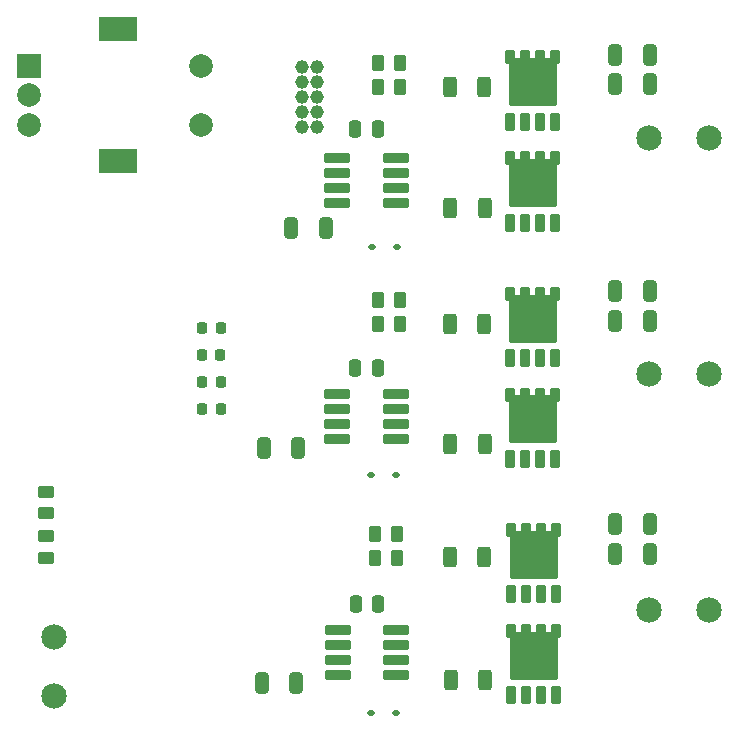
<source format=gbs>
%TF.GenerationSoftware,KiCad,Pcbnew,9.0.4*%
%TF.CreationDate,2025-12-21T19:05:22-05:00*%
%TF.ProjectId,esc,6573632e-6b69-4636-9164-5f7063625858,rev?*%
%TF.SameCoordinates,Original*%
%TF.FileFunction,Soldermask,Bot*%
%TF.FilePolarity,Negative*%
%FSLAX46Y46*%
G04 Gerber Fmt 4.6, Leading zero omitted, Abs format (unit mm)*
G04 Created by KiCad (PCBNEW 9.0.4) date 2025-12-21 19:05:22*
%MOMM*%
%LPD*%
G01*
G04 APERTURE LIST*
G04 Aperture macros list*
%AMRoundRect*
0 Rectangle with rounded corners*
0 $1 Rounding radius*
0 $2 $3 $4 $5 $6 $7 $8 $9 X,Y pos of 4 corners*
0 Add a 4 corners polygon primitive as box body*
4,1,4,$2,$3,$4,$5,$6,$7,$8,$9,$2,$3,0*
0 Add four circle primitives for the rounded corners*
1,1,$1+$1,$2,$3*
1,1,$1+$1,$4,$5*
1,1,$1+$1,$6,$7*
1,1,$1+$1,$8,$9*
0 Add four rect primitives between the rounded corners*
20,1,$1+$1,$2,$3,$4,$5,0*
20,1,$1+$1,$4,$5,$6,$7,0*
20,1,$1+$1,$6,$7,$8,$9,0*
20,1,$1+$1,$8,$9,$2,$3,0*%
G04 Aperture macros list end*
%ADD10R,2.000000X2.000000*%
%ADD11C,2.000000*%
%ADD12R,3.200000X2.000000*%
%ADD13C,2.154000*%
%ADD14C,1.168400*%
%ADD15RoundRect,0.112500X0.187500X0.112500X-0.187500X0.112500X-0.187500X-0.112500X0.187500X-0.112500X0*%
%ADD16RoundRect,0.102000X0.305000X-0.635000X0.305000X0.635000X-0.305000X0.635000X-0.305000X-0.635000X0*%
%ADD17RoundRect,0.102000X0.305000X-0.510000X0.305000X0.510000X-0.305000X0.510000X-0.305000X-0.510000X0*%
%ADD18RoundRect,0.102000X1.905000X-1.955000X1.905000X1.955000X-1.905000X1.955000X-1.905000X-1.955000X0*%
%ADD19RoundRect,0.250000X0.325000X0.650000X-0.325000X0.650000X-0.325000X-0.650000X0.325000X-0.650000X0*%
%ADD20RoundRect,0.250000X0.312500X0.625000X-0.312500X0.625000X-0.312500X-0.625000X0.312500X-0.625000X0*%
%ADD21RoundRect,0.250000X-0.325000X-0.650000X0.325000X-0.650000X0.325000X0.650000X-0.325000X0.650000X0*%
%ADD22RoundRect,0.250000X0.450000X-0.262500X0.450000X0.262500X-0.450000X0.262500X-0.450000X-0.262500X0*%
%ADD23RoundRect,0.225000X0.225000X0.250000X-0.225000X0.250000X-0.225000X-0.250000X0.225000X-0.250000X0*%
%ADD24RoundRect,0.250000X0.262500X0.450000X-0.262500X0.450000X-0.262500X-0.450000X0.262500X-0.450000X0*%
%ADD25RoundRect,0.250000X-0.262500X-0.450000X0.262500X-0.450000X0.262500X0.450000X-0.262500X0.450000X0*%
%ADD26RoundRect,0.100500X-0.986500X-0.301500X0.986500X-0.301500X0.986500X0.301500X-0.986500X0.301500X0*%
%ADD27RoundRect,0.250000X-0.250000X-0.475000X0.250000X-0.475000X0.250000X0.475000X-0.250000X0.475000X0*%
G04 APERTURE END LIST*
D10*
%TO.C,SW1*%
X113700000Y-68900000D03*
D11*
X113700000Y-73900000D03*
X113700000Y-71400000D03*
D12*
X121200000Y-65800000D03*
X121200000Y-77000000D03*
D11*
X128200000Y-73900000D03*
X128200000Y-68900000D03*
%TD*%
D13*
%TO.C,J4*%
X166170000Y-115000000D03*
X171250000Y-115000000D03*
%TD*%
%TO.C,J2*%
X166170000Y-75000000D03*
X171250000Y-75000000D03*
%TD*%
D14*
%TO.C,J5*%
X138050000Y-74060000D03*
X136780000Y-74060000D03*
X138050000Y-72790000D03*
X136780000Y-72790000D03*
X138050000Y-71520000D03*
X136780000Y-71520000D03*
X138050000Y-70250000D03*
X136780000Y-70250000D03*
X138050000Y-68980000D03*
X136780000Y-68980000D03*
%TD*%
D13*
%TO.C,J1*%
X115750000Y-117250000D03*
X115750000Y-122250000D03*
%TD*%
%TO.C,J3*%
X166170000Y-95000000D03*
X171250000Y-95000000D03*
%TD*%
D15*
%TO.C,D4*%
X144730000Y-123705000D03*
X142630000Y-123705000D03*
%TD*%
D16*
%TO.C,Q1*%
X158235000Y-73675000D03*
X156965000Y-73675000D03*
X155695000Y-73675000D03*
X154425000Y-73675000D03*
D17*
X154425000Y-68210000D03*
X155695000Y-68210000D03*
X156965000Y-68210000D03*
X158235000Y-68210000D03*
D18*
X156330000Y-70315000D03*
%TD*%
D16*
%TO.C,Q5*%
X158290000Y-113675000D03*
X157020000Y-113675000D03*
X155750000Y-113675000D03*
X154480000Y-113675000D03*
D17*
X154480000Y-108210000D03*
X155750000Y-108210000D03*
X157020000Y-108210000D03*
X158290000Y-108210000D03*
D18*
X156385000Y-110315000D03*
%TD*%
D19*
%TO.C,C21*%
X136475000Y-101250000D03*
X133525000Y-101250000D03*
%TD*%
D20*
%TO.C,R8*%
X152242500Y-80955000D03*
X149317500Y-80955000D03*
%TD*%
D19*
%TO.C,C16*%
X138787500Y-82675000D03*
X135837500Y-82675000D03*
%TD*%
D21*
%TO.C,C28*%
X163250000Y-107750000D03*
X166200000Y-107750000D03*
%TD*%
D22*
%TO.C,R2*%
X115062500Y-106787500D03*
X115062500Y-104962500D03*
%TD*%
D23*
%TO.C,C30*%
X129900000Y-97950000D03*
X128350000Y-97950000D03*
%TD*%
D15*
%TO.C,D3*%
X144730000Y-103605000D03*
X142630000Y-103605000D03*
%TD*%
D21*
%TO.C,C29*%
X163250000Y-110250000D03*
X166200000Y-110250000D03*
%TD*%
D24*
%TO.C,R13*%
X145075000Y-90775000D03*
X143250000Y-90775000D03*
%TD*%
D20*
%TO.C,R12*%
X152242500Y-100955000D03*
X149317500Y-100955000D03*
%TD*%
D25*
%TO.C,R10*%
X143237500Y-68700000D03*
X145062500Y-68700000D03*
%TD*%
D26*
%TO.C,U7*%
X139810000Y-120510000D03*
X139810000Y-119240000D03*
X139810000Y-117970000D03*
X139810000Y-116700000D03*
X144760000Y-116700000D03*
X144760000Y-117970000D03*
X144760000Y-119240000D03*
X144760000Y-120510000D03*
%TD*%
D16*
%TO.C,Q6*%
X158290000Y-122225000D03*
X157020000Y-122225000D03*
X155750000Y-122225000D03*
X154480000Y-122225000D03*
D17*
X154480000Y-116760000D03*
X155750000Y-116760000D03*
X157020000Y-116760000D03*
X158290000Y-116760000D03*
D18*
X156385000Y-118865000D03*
%TD*%
D20*
%TO.C,R15*%
X152212500Y-110500000D03*
X149287500Y-110500000D03*
%TD*%
D27*
%TO.C,C27*%
X141330000Y-114455000D03*
X143230000Y-114455000D03*
%TD*%
D20*
%TO.C,R7*%
X152212500Y-70750000D03*
X149287500Y-70750000D03*
%TD*%
D26*
%TO.C,U5*%
X139755000Y-80510000D03*
X139755000Y-79240000D03*
X139755000Y-77970000D03*
X139755000Y-76700000D03*
X144705000Y-76700000D03*
X144705000Y-77970000D03*
X144705000Y-79240000D03*
X144705000Y-80510000D03*
%TD*%
D21*
%TO.C,C23*%
X163250000Y-88000000D03*
X166200000Y-88000000D03*
%TD*%
D25*
%TO.C,R18*%
X143000000Y-108587500D03*
X144825000Y-108587500D03*
%TD*%
D23*
%TO.C,C20*%
X129850000Y-93416667D03*
X128300000Y-93416667D03*
%TD*%
D26*
%TO.C,U6*%
X139755000Y-100510000D03*
X139755000Y-99240000D03*
X139755000Y-97970000D03*
X139755000Y-96700000D03*
X144705000Y-96700000D03*
X144705000Y-97970000D03*
X144705000Y-99240000D03*
X144705000Y-100510000D03*
%TD*%
D16*
%TO.C,Q2*%
X158235000Y-82225000D03*
X156965000Y-82225000D03*
X155695000Y-82225000D03*
X154425000Y-82225000D03*
D17*
X154425000Y-76760000D03*
X155695000Y-76760000D03*
X156965000Y-76760000D03*
X158235000Y-76760000D03*
D18*
X156330000Y-78865000D03*
%TD*%
D23*
%TO.C,C2*%
X129900000Y-91150000D03*
X128350000Y-91150000D03*
%TD*%
D20*
%TO.C,R16*%
X152297500Y-120955000D03*
X149372500Y-120955000D03*
%TD*%
D24*
%TO.C,R9*%
X145075000Y-70750000D03*
X143250000Y-70750000D03*
%TD*%
D20*
%TO.C,R11*%
X152212500Y-90750000D03*
X149287500Y-90750000D03*
%TD*%
D22*
%TO.C,R1*%
X115062500Y-110587500D03*
X115062500Y-108762500D03*
%TD*%
D27*
%TO.C,C22*%
X141280000Y-94505000D03*
X143180000Y-94505000D03*
%TD*%
D21*
%TO.C,C18*%
X163250000Y-68000000D03*
X166200000Y-68000000D03*
%TD*%
%TO.C,C19*%
X163250000Y-70500000D03*
X166200000Y-70500000D03*
%TD*%
%TO.C,C24*%
X163250000Y-90500000D03*
X166200000Y-90500000D03*
%TD*%
D15*
%TO.C,D2*%
X144800000Y-84250000D03*
X142700000Y-84250000D03*
%TD*%
D16*
%TO.C,Q3*%
X158235000Y-93675000D03*
X156965000Y-93675000D03*
X155695000Y-93675000D03*
X154425000Y-93675000D03*
D17*
X154425000Y-88210000D03*
X155695000Y-88210000D03*
X156965000Y-88210000D03*
X158235000Y-88210000D03*
D18*
X156330000Y-90315000D03*
%TD*%
D25*
%TO.C,R14*%
X143250000Y-88725000D03*
X145075000Y-88725000D03*
%TD*%
D27*
%TO.C,C17*%
X141280000Y-74254996D03*
X143180000Y-74254996D03*
%TD*%
D24*
%TO.C,R17*%
X144825000Y-110600000D03*
X143000000Y-110600000D03*
%TD*%
D19*
%TO.C,C26*%
X136305000Y-121155000D03*
X133355000Y-121155000D03*
%TD*%
D16*
%TO.C,Q4*%
X158235000Y-102225000D03*
X156965000Y-102225000D03*
X155695000Y-102225000D03*
X154425000Y-102225000D03*
D17*
X154425000Y-96760000D03*
X155695000Y-96760000D03*
X156965000Y-96760000D03*
X158235000Y-96760000D03*
D18*
X156330000Y-98865000D03*
%TD*%
D23*
%TO.C,C25*%
X129900000Y-95683333D03*
X128350000Y-95683333D03*
%TD*%
M02*

</source>
